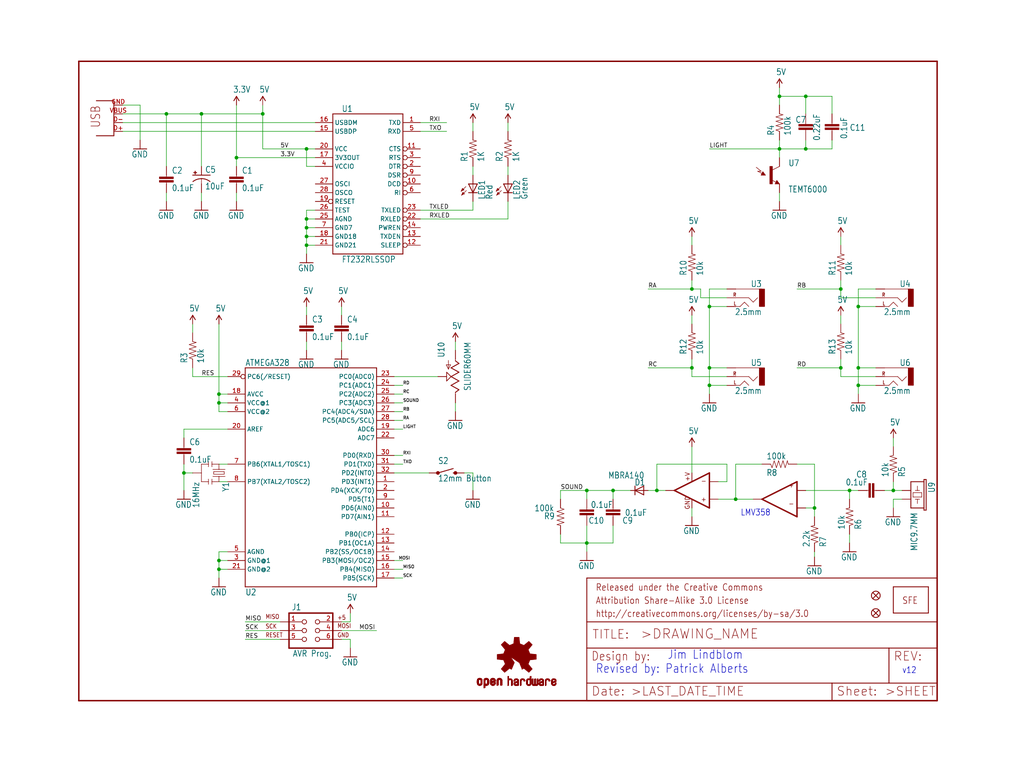
<source format=kicad_sch>
(kicad_sch (version 20211123) (generator eeschema)
  (paper "User" 297.002 223.926)
  (lib_symbols
    (symbol "schematicEagle-eagle-import:5V" (power)
      (property "Value" "5V" (at -1.016 3.556 0))
      (symbol "5V_1_0"
        (pin power_in line (at 0 0 90) (length 2.54) (name "5V") (number "1"))
      )
    )
    (symbol "schematicEagle-eagle-import:ATMEGA168"
      (property "Reference" "U" (at -17.78 -38.1 0))
      (property "Value" "ATMEGA168" (at -17.78 28.448 0))
      (symbol "ATMEGA168_1_0"
        (pin bidirectional line (at 25.4 -5.08 180) (length 5.08) (name "PD3(INT1)") (number "1"))
        (pin bidirectional line (at 25.4 -12.7 180) (length 5.08) (name "PD6(AIN0)") (number "10"))
        (pin bidirectional line (at 25.4 -15.24 180) (length 5.08) (name "PD7(AIN1)") (number "11"))
        (pin bidirectional line (at 25.4 -20.32 180) (length 5.08) (name "PB0(ICP)") (number "12"))
        (pin bidirectional line (at 25.4 -22.86 180) (length 5.08) (name "PB1(OC1A)") (number "13"))
        (pin bidirectional line (at 25.4 -25.4 180) (length 5.08) (name "PB2(SS/OC1B)") (number "14"))
        (pin bidirectional line (at 25.4 -27.94 180) (length 5.08) (name "PB3(MOSI/OC2)") (number "15"))
        (pin bidirectional line (at 25.4 -30.48 180) (length 5.08) (name "PB4(MISO)") (number "16"))
        (pin bidirectional line (at 25.4 -33.02 180) (length 5.08) (name "PB5(SCK)") (number "17"))
        (pin bidirectional line (at -22.86 20.32 0) (length 5.08) (name "AVCC") (number "18"))
        (pin bidirectional line (at 25.4 10.16 180) (length 5.08) (name "ADC6") (number "19"))
        (pin bidirectional line (at 25.4 -7.62 180) (length 5.08) (name "PD4(XCK/T0)") (number "2"))
        (pin bidirectional line (at -22.86 10.16 0) (length 5.08) (name "AREF") (number "20"))
        (pin bidirectional line (at -22.86 -30.48 0) (length 5.08) (name "GND@2") (number "21"))
        (pin bidirectional line (at 25.4 7.62 180) (length 5.08) (name "ADC7") (number "22"))
        (pin bidirectional line (at 25.4 25.4 180) (length 5.08) (name "PC0(ADC0)") (number "23"))
        (pin bidirectional line (at 25.4 22.86 180) (length 5.08) (name "PC1(ADC1)") (number "24"))
        (pin bidirectional line (at 25.4 20.32 180) (length 5.08) (name "PC2(ADC2)") (number "25"))
        (pin bidirectional line (at 25.4 17.78 180) (length 5.08) (name "PC3(ADC3)") (number "26"))
        (pin bidirectional line (at 25.4 15.24 180) (length 5.08) (name "PC4(ADC4/SDA)") (number "27"))
        (pin bidirectional line (at 25.4 12.7 180) (length 5.08) (name "PC5(ADC5/SCL)") (number "28"))
        (pin bidirectional inverted (at -22.86 25.4 0) (length 5.08) (name "PC6(/RESET)") (number "29"))
        (pin bidirectional line (at -22.86 -27.94 0) (length 5.08) (name "GND@1") (number "3"))
        (pin bidirectional line (at 25.4 2.54 180) (length 5.08) (name "PD0(RXD)") (number "30"))
        (pin bidirectional line (at 25.4 0 180) (length 5.08) (name "PD1(TXD)") (number "31"))
        (pin bidirectional line (at 25.4 -2.54 180) (length 5.08) (name "PD2(INT0)") (number "32"))
        (pin bidirectional line (at -22.86 17.78 0) (length 5.08) (name "VCC@1") (number "4"))
        (pin bidirectional line (at -22.86 -25.4 0) (length 5.08) (name "AGND") (number "5"))
        (pin bidirectional line (at -22.86 15.24 0) (length 5.08) (name "VCC@2") (number "6"))
        (pin bidirectional line (at -22.86 0 0) (length 5.08) (name "PB6(XTAL1/TOSC1)") (number "7"))
        (pin bidirectional line (at -22.86 -5.08 0) (length 5.08) (name "PB7(XTAL2/TOSC2)") (number "8"))
        (pin bidirectional line (at 25.4 -10.16 180) (length 5.08) (name "PD5(T1)") (number "9"))
      )
    )
    (symbol "schematicEagle-eagle-import:AUDIO-JACK1{colon}1"
      (property "Reference" "JP" (at -5.08 3.048 0))
      (property "Value" "AUDIO-JACK1{colon}1" (at -5.08 -5.08 0))
      (symbol "AUDIO-JACK1{colon}1_1_0"
        (text "L" (at 2.286 -2.286 0) (effects (font (size 1.016 0.8636) (thickness 0.1727) bold) (justify left bottom)))
        (text "R" (at 2.286 0.254 0) (effects (font (size 1.016 0.8636) (thickness 0.1727) bold) (justify left bottom)))
        (pin bidirectional line (at 5.08 -2.54 180) (length 2.54) (name "LEFT") (number "1"))
        (pin bidirectional line (at 5.08 0 180) (length 2.54) (name "RIGHT") (number "4"))
        (pin bidirectional line (at 5.08 2.54 180) (length 2.54) (name "SLEEVE") (number "5"))
      )
    )
    (symbol "schematicEagle-eagle-import:AVR_SPI_PRG_6PTH"
      (property "Reference" "J" (at -4.318 5.842 0))
      (property "Value" "AVR_SPI_PRG_6PTH" (at -4.064 -7.62 0))
      (symbol "AVR_SPI_PRG_6PTH_1_0"
        (text "+5" (at 8.89 3.048 0) (effects (font (size 1.27 1.0795)) (justify left bottom)))
        (text "GND" (at 8.89 -2.032 0) (effects (font (size 1.27 1.0795)) (justify left bottom)))
        (text "MISO" (at -11.938 3.302 0) (effects (font (size 1.27 1.0795)) (justify left bottom)))
        (text "MOSI" (at 8.89 0.635 0) (effects (font (size 1.27 1.0795)) (justify left bottom)))
        (text "RESET" (at -11.938 -2.032 0) (effects (font (size 1.27 1.0795)) (justify left bottom)))
        (text "SCK" (at -11.938 0.508 0) (effects (font (size 1.27 1.0795)) (justify left bottom)))
        (pin passive inverted (at -7.62 2.54 0) (length 7.62) (name "1") (number "1"))
        (pin passive inverted (at 10.16 2.54 180) (length 7.62) (name "2") (number "2"))
        (pin passive inverted (at -7.62 0 0) (length 7.62) (name "3") (number "3"))
        (pin passive inverted (at 10.16 0 180) (length 7.62) (name "4") (number "4"))
        (pin passive inverted (at -7.62 -2.54 0) (length 7.62) (name "5") (number "5"))
        (pin passive inverted (at 10.16 -2.54 180) (length 7.62) (name "6") (number "6"))
      )
    )
    (symbol "schematicEagle-eagle-import:CAP0603-CAP"
      (property "Reference" "C" (at 1.524 2.921 0))
      (property "Value" "CAP0603-CAP" (at 1.524 -2.159 0))
      (symbol "CAP0603-CAP_1_0"
        (pin passive line (at 0 5.08 270) (length 2.54) (name "1") (number "1"))
        (pin passive line (at 0 -2.54 90) (length 2.54) (name "2") (number "2"))
      )
    )
    (symbol "schematicEagle-eagle-import:CAP_POL1206"
      (property "Reference" "C" (at 1.016 0.635 0))
      (property "Value" "CAP_POL1206" (at 1.016 -4.191 0))
      (symbol "CAP_POL1206_1_0"
        (pin passive line (at 0 2.54 270) (length 2.54) (name "+") (number "A"))
        (pin passive line (at 0 -5.08 90) (length 2.54) (name "-") (number "C"))
      )
    )
    (symbol "schematicEagle-eagle-import:DIODESMA"
      (property "Reference" "D" (at 2.54 0.4826 0))
      (property "Value" "DIODESMA" (at 2.54 -2.3114 0))
      (symbol "DIODESMA_1_0"
        (pin passive line (at -2.54 0 0) (length 2.54) (name "A") (number "A"))
        (pin passive line (at 2.54 0 180) (length 2.54) (name "C") (number "C"))
      )
    )
    (symbol "schematicEagle-eagle-import:FIDUCIAL1X2")
    (symbol "schematicEagle-eagle-import:FRAME-LETTER"
      (symbol "FRAME-LETTER_2_0"
        (text ">DRAWING_NAME" (at 15.494 17.78 0) (effects (font (size 2.7432 2.7432)) (justify left bottom)))
        (text ">LAST_DATE_TIME" (at 12.7 1.27 0) (effects (font (size 2.54 2.54)) (justify left bottom)))
        (text ">SHEET" (at 86.36 1.27 0) (effects (font (size 2.54 2.54)) (justify left bottom)))
        (text "Attribution Share-Alike 3.0 License" (at 2.54 27.94 0) (effects (font (size 1.9304 1.6408)) (justify left bottom)))
        (text "Date:" (at 1.27 1.27 0) (effects (font (size 2.54 2.54)) (justify left bottom)))
        (text "Design by:" (at 1.27 11.43 0) (effects (font (size 2.54 2.159)) (justify left bottom)))
        (text "http://creativecommons.org/licenses/by-sa/3.0" (at 2.54 24.13 0) (effects (font (size 1.9304 1.6408)) (justify left bottom)))
        (text "Released under the Creative Commons" (at 2.54 31.75 0) (effects (font (size 1.9304 1.6408)) (justify left bottom)))
        (text "REV:" (at 88.9 11.43 0) (effects (font (size 2.54 2.54)) (justify left bottom)))
        (text "Sheet:" (at 72.39 1.27 0) (effects (font (size 2.54 2.54)) (justify left bottom)))
        (text "TITLE:" (at 1.524 17.78 0) (effects (font (size 2.54 2.54)) (justify left bottom)))
      )
    )
    (symbol "schematicEagle-eagle-import:FT232RLSSOP"
      (property "Reference" "IC" (at -7.62 20.828 0))
      (property "Value" "FT232RLSSOP" (at -7.62 -22.86 0))
      (symbol "FT232RLSSOP_1_0"
        (pin output line (at 15.24 17.78 180) (length 5.08) (name "TXD") (number "1"))
        (pin input inverted (at 15.24 0 180) (length 5.08) (name "DCD") (number "10"))
        (pin input inverted (at 15.24 10.16 180) (length 5.08) (name "CTS") (number "11"))
        (pin input inverted (at 15.24 -17.78 180) (length 5.08) (name "SLEEP") (number "12"))
        (pin input line (at 15.24 -15.24 180) (length 5.08) (name "TXDEN") (number "13"))
        (pin input inverted (at 15.24 -12.7 180) (length 5.08) (name "PWREN") (number "14"))
        (pin bidirectional line (at -15.24 15.24 0) (length 5.08) (name "USBDP") (number "15"))
        (pin bidirectional line (at -15.24 17.78 0) (length 5.08) (name "USBDM") (number "16"))
        (pin output line (at -15.24 7.62 0) (length 5.08) (name "3V3OUT") (number "17"))
        (pin power_in line (at -15.24 -15.24 0) (length 5.08) (name "GND18") (number "18"))
        (pin input inverted (at -15.24 -5.08 0) (length 5.08) (name "RESET") (number "19"))
        (pin output inverted (at 15.24 5.08 180) (length 5.08) (name "DTR") (number "2"))
        (pin power_in line (at -15.24 10.16 0) (length 5.08) (name "VCC") (number "20"))
        (pin power_in line (at -15.24 -17.78 0) (length 5.08) (name "GND21") (number "21"))
        (pin input inverted (at 15.24 -10.16 180) (length 5.08) (name "RXLED") (number "22"))
        (pin input inverted (at 15.24 -7.62 180) (length 5.08) (name "TXLED") (number "23"))
        (pin power_in line (at -15.24 -10.16 0) (length 5.08) (name "AGND") (number "25"))
        (pin input line (at -15.24 -7.62 0) (length 5.08) (name "TEST") (number "26"))
        (pin input line (at -15.24 0 0) (length 5.08) (name "OSCI") (number "27"))
        (pin output line (at -15.24 -2.54 0) (length 5.08) (name "OSCO") (number "28"))
        (pin output inverted (at 15.24 7.62 180) (length 5.08) (name "RTS") (number "3"))
        (pin power_in line (at -15.24 5.08 0) (length 5.08) (name "VCCIO") (number "4"))
        (pin input line (at 15.24 15.24 180) (length 5.08) (name "RXD") (number "5"))
        (pin input inverted (at 15.24 -2.54 180) (length 5.08) (name "RI") (number "6"))
        (pin power_in line (at -15.24 -12.7 0) (length 5.08) (name "GND7") (number "7"))
        (pin input inverted (at 15.24 2.54 180) (length 5.08) (name "DSR") (number "9"))
      )
    )
    (symbol "schematicEagle-eagle-import:GND" (power)
      (property "Value" "GND" (at -2.54 -2.54 0))
      (symbol "GND_1_0"
        (pin power_in line (at 0 2.54 270) (length 2.54) (name "GND") (number "1"))
      )
    )
    (symbol "schematicEagle-eagle-import:LED0603"
      (property "Reference" "LED" (at 3.556 -4.572 90))
      (property "Value" "LED0603" (at 5.715 -4.572 90))
      (symbol "LED0603_1_0"
        (pin passive line (at 0 2.54 270) (length 2.54) (name "A") (number "A"))
        (pin passive line (at 0 -5.08 90) (length 2.54) (name "C") (number "C"))
      )
    )
    (symbol "schematicEagle-eagle-import:LMV358"
      (symbol "LMV358_1_0"
        (text "+" (at -4.318 -3.302 0) (effects (font (size 1.27 1.27)) (justify left bottom)))
        (text "+V" (at 2.032 2.54 900) (effects (font (size 1.27 1.27)) (justify left bottom)))
        (text "-" (at -4.318 2.032 0) (effects (font (size 1.27 1.27)) (justify left bottom)))
        (text "GND" (at 2.032 -5.588 900) (effects (font (size 1.27 1.27)) (justify left bottom)))
        (pin output line (at 7.62 0 180) (length 2.54) (name "OUT1") (number "1"))
        (pin input line (at -7.62 2.54 0) (length 2.54) (name "-IN1") (number "2"))
        (pin input line (at -7.62 -2.54 0) (length 2.54) (name "+IN1") (number "3"))
        (pin power_in line (at 0 -5.08 90) (length 2.54) (name "GND") (number "4"))
        (pin power_in line (at 0 5.08 270) (length 2.54) (name "+V") (number "8"))
      )
      (symbol "LMV358_2_0"
        (text "+" (at -4.318 -3.302 0) (effects (font (size 1.27 1.27)) (justify left bottom)))
        (text "-" (at -4.318 2.032 0) (effects (font (size 1.27 1.27)) (justify left bottom)))
        (pin input line (at -7.62 -2.54 0) (length 2.54) (name "+IN2") (number "5"))
        (pin input line (at -7.62 2.54 0) (length 2.54) (name "-IN2") (number "6"))
        (pin output line (at 7.62 0 180) (length 2.54) (name "OUT2") (number "7"))
      )
    )
    (symbol "schematicEagle-eagle-import:LOGO-SFENEW"
      (symbol "LOGO-SFENEW_1_0"
        (text "SFE" (at 0 0 0) (effects (font (size 1.9304 1.6408)) (justify left bottom)))
      )
    )
    (symbol "schematicEagle-eagle-import:MIC9.7MM"
      (property "Value" "MIC9.7MM" (at 6.35 0 0))
      (symbol "MIC9.7MM_1_0"
        (pin passive line (at 0 -2.54 90) (length 2.54) (name "1") (number "1"))
        (pin passive line (at 2.54 -2.54 90) (length 2.54) (name "2") (number "2"))
      )
    )
    (symbol "schematicEagle-eagle-import:OSHW-LOGOL")
    (symbol "schematicEagle-eagle-import:RESISTOR0603-RES"
      (property "Reference" "R" (at -3.81 1.4986 0))
      (property "Value" "RESISTOR0603-RES" (at -3.81 -3.302 0))
      (symbol "RESISTOR0603-RES_1_0"
        (pin passive line (at -5.08 0 0) (length 2.54) (name "1") (number "1"))
        (pin passive line (at 5.08 0 180) (length 2.54) (name "2") (number "2"))
      )
    )
    (symbol "schematicEagle-eagle-import:RESONATORSMD"
      (property "Reference" "Y" (at 2.54 1.016 0))
      (property "Value" "RESONATORSMD" (at 2.54 -7.62 0))
      (symbol "RESONATORSMD_1_0"
        (pin passive line (at -2.54 0 0) (length 0) (name "1") (number "1"))
        (pin passive line (at 0 -7.62 90) (length 0) (name "2") (number "2"))
        (pin passive line (at 2.54 0 180) (length 0) (name "3") (number "3"))
      )
    )
    (symbol "schematicEagle-eagle-import:SLIDER60MM"
      (property "Reference" "VR" (at 5.08 -10.16 90))
      (property "Value" "SLIDER60MM" (at -2.54 -10.16 90))
      (symbol "SLIDER60MM_1_0"
        (pin passive line (at 0 7.62 270) (length 2.54) (name "E") (number "1"))
        (pin passive line (at 5.08 0 180) (length 2.54) (name "S") (number "2A"))
        (pin passive line (at 0 -7.62 90) (length 2.54) (name "A") (number "3"))
      )
    )
    (symbol "schematicEagle-eagle-import:SWITCH-MOMENTARY-2SMD-12MM"
      (property "Reference" "S" (at -2.54 2.54 0))
      (property "Value" "SWITCH-MOMENTARY-2SMD-12MM" (at -2.54 -2.54 0))
      (symbol "SWITCH-MOMENTARY-2SMD-12MM_1_0"
        (pin passive line (at -5.08 0 0) (length 2.54) (name "1") (number "1"))
        (pin passive line (at 5.08 0 180) (length 2.54) (name "2") (number "3"))
      )
    )
    (symbol "schematicEagle-eagle-import:TEMT6000"
      (property "Value" "TEMT6000" (at 5.08 -5.08 0))
      (symbol "TEMT6000_1_0"
        (pin passive line (at 2.54 5.08 270) (length 2.54) (name "C1") (number "COLLECTOR"))
        (pin passive line (at 2.54 -5.08 90) (length 2.54) (name "E1") (number "EMITTER"))
      )
    )
    (symbol "schematicEagle-eagle-import:USBSMD"
      (symbol "USBSMD_1_0"
        (text "USB" (at 3.81 0 900) (effects (font (size 2.54 2.159)) (justify left bottom)))
        (pin bidirectional line (at -2.54 7.62 0) (length 2.54) (name "D+") (number "D+"))
        (pin bidirectional line (at -2.54 5.08 0) (length 2.54) (name "D-") (number "D-"))
        (pin bidirectional line (at -2.54 0 0) (length 2.54) (name "GND") (number "GND"))
        (pin bidirectional line (at -2.54 2.54 0) (length 2.54) (name "VBUS") (number "VBUS"))
      )
    )
    (symbol "schematicEagle-eagle-import:VCC" (power)
      (property "Value" "VCC" (at -1.016 3.556 0))
      (symbol "VCC_1_0"
        (pin power_in line (at 0 0 90) (length 2.54) (name "VCC") (number "1"))
      )
    )
  )
  (junction (at 48.26 33.02))
  (junction (at 177.8 142.24))
  (junction (at 246.38 142.24))
  (junction (at 170.18 157.48))
  (junction (at 63.5 116.84))
  (junction (at 88.9 63.5))
  (junction (at 248.92 111.76))
  (junction (at 205.74 111.76))
  (junction (at 243.84 83.82))
  (junction (at 200.66 83.82))
  (junction (at 63.5 114.3))
  (junction (at 63.5 162.56))
  (junction (at 243.84 106.68))
  (junction (at 190.5 142.24))
  (junction (at 63.5 165.1))
  (junction (at 213.36 144.78))
  (junction (at 233.68 27.94))
  (junction (at 248.92 106.68))
  (junction (at 76.2 33.02))
  (junction (at 53.34 137.16))
  (junction (at 236.22 147.32))
  (junction (at 88.9 43.18))
  (junction (at 205.74 88.9))
  (junction (at 58.42 33.02))
  (junction (at 259.08 142.24))
  (junction (at 200.66 106.68))
  (junction (at 88.9 71.12))
  (junction (at 226.06 27.94))
  (junction (at 226.06 43.18))
  (junction (at 88.9 66.04))
  (junction (at 205.74 106.68))
  (junction (at 68.58 45.72))
  (junction (at 248.92 88.9))
  (junction (at 170.18 142.24))
  (junction (at 233.68 43.18))
  (junction (at 88.9 68.58))
  (wire (pts (xy 55.88 137.16) (xy 53.34 137.16)))
  (wire (pts (xy 53.34 124.46) (xy 53.34 127)))
  (wire (pts (xy 200.66 106.68) (xy 187.96 106.68)))
  (wire (pts (xy 91.44 60.96) (xy 88.9 60.96)))
  (wire (pts (xy 76.2 30.48) (xy 76.2 33.02)))
  (wire (pts (xy 210.82 109.22) (xy 200.66 109.22)))
  (wire (pts (xy 88.9 60.96) (xy 88.9 63.5)))
  (wire (pts (xy 233.68 33.02) (xy 233.68 27.94)))
  (wire (pts (xy 91.44 45.72) (xy 68.58 45.72)))
  (wire (pts (xy 248.92 111.76) (xy 248.92 114.3)))
  (wire (pts (xy 88.9 63.5) (xy 88.9 66.04)))
  (wire (pts (xy 261.62 144.78) (xy 259.08 144.78)))
  (wire (pts (xy 53.34 137.16) (xy 53.34 142.24)))
  (wire (pts (xy 88.9 71.12) (xy 88.9 68.58)))
  (wire (pts (xy 114.3 111.76) (xy 116.84 111.76)))
  (wire (pts (xy 200.66 149.86) (xy 200.66 147.32)))
  (wire (pts (xy 236.22 147.32) (xy 236.22 134.62)))
  (wire (pts (xy 48.26 55.88) (xy 48.26 58.42)))
  (wire (pts (xy 243.84 109.22) (xy 243.84 106.68)))
  (wire (pts (xy 243.84 93.98) (xy 243.84 91.44)))
  (wire (pts (xy 177.8 157.48) (xy 170.18 157.48)))
  (wire (pts (xy 114.3 114.3) (xy 116.84 114.3)))
  (wire (pts (xy 259.08 139.7) (xy 259.08 142.24)))
  (wire (pts (xy 35.56 33.02) (xy 48.26 33.02)))
  (wire (pts (xy 170.18 144.78) (xy 170.18 142.24)))
  (wire (pts (xy 81.28 185.42) (xy 71.12 185.42)))
  (wire (pts (xy 246.38 142.24) (xy 246.38 144.78)))
  (wire (pts (xy 134.62 137.16) (xy 137.16 137.16)))
  (wire (pts (xy 114.3 165.1) (xy 116.84 165.1)))
  (wire (pts (xy 121.92 35.56) (xy 129.54 35.56)))
  (wire (pts (xy 76.2 43.18) (xy 88.9 43.18)))
  (wire (pts (xy 241.3 40.64) (xy 241.3 43.18)))
  (wire (pts (xy 200.66 106.68) (xy 200.66 104.14)))
  (wire (pts (xy 259.08 142.24) (xy 256.54 142.24)))
  (wire (pts (xy 81.28 182.88) (xy 71.12 182.88)))
  (wire (pts (xy 261.62 142.24) (xy 259.08 142.24)))
  (wire (pts (xy 200.66 83.82) (xy 187.96 83.82)))
  (wire (pts (xy 248.92 109.22) (xy 248.92 111.76)))
  (wire (pts (xy 91.44 48.26) (xy 88.9 48.26)))
  (wire (pts (xy 58.42 48.26) (xy 58.42 33.02)))
  (wire (pts (xy 241.3 27.94) (xy 233.68 27.94)))
  (wire (pts (xy 63.5 114.3) (xy 63.5 93.98)))
  (wire (pts (xy 233.68 147.32) (xy 236.22 147.32)))
  (wire (pts (xy 147.32 48.26) (xy 147.32 50.8)))
  (wire (pts (xy 101.6 180.34) (xy 101.6 177.8)))
  (wire (pts (xy 66.04 160.02) (xy 63.5 160.02)))
  (wire (pts (xy 254 86.36) (xy 243.84 86.36)))
  (wire (pts (xy 88.9 43.18) (xy 91.44 43.18)))
  (wire (pts (xy 226.06 43.18) (xy 205.74 43.18)))
  (wire (pts (xy 63.5 160.02) (xy 63.5 162.56)))
  (wire (pts (xy 88.9 48.26) (xy 88.9 43.18)))
  (wire (pts (xy 226.06 30.48) (xy 226.06 27.94)))
  (wire (pts (xy 236.22 161.544) (xy 236.22 160.02)))
  (wire (pts (xy 220.98 134.62) (xy 213.36 134.62)))
  (wire (pts (xy 187.96 142.24) (xy 190.5 142.24)))
  (wire (pts (xy 88.9 66.04) (xy 91.44 66.04)))
  (wire (pts (xy 248.92 83.82) (xy 254 83.82)))
  (wire (pts (xy 205.74 109.22) (xy 205.74 111.76)))
  (wire (pts (xy 170.18 152.4) (xy 170.18 157.48)))
  (wire (pts (xy 208.28 144.78) (xy 213.36 144.78)))
  (wire (pts (xy 147.32 35.56) (xy 147.32 38.1)))
  (wire (pts (xy 66.04 139.7) (xy 63.5 139.7)))
  (wire (pts (xy 99.06 182.88) (xy 109.22 182.88)))
  (wire (pts (xy 254 88.9) (xy 248.92 88.9)))
  (wire (pts (xy 177.8 152.4) (xy 177.8 157.48)))
  (wire (pts (xy 121.92 38.1) (xy 129.54 38.1)))
  (wire (pts (xy 137.16 48.26) (xy 137.16 50.8)))
  (wire (pts (xy 203.2 83.82) (xy 200.66 83.82)))
  (wire (pts (xy 246.38 157.48) (xy 246.38 154.94)))
  (wire (pts (xy 48.26 48.26) (xy 48.26 33.02)))
  (wire (pts (xy 162.56 144.78) (xy 162.56 142.24)))
  (wire (pts (xy 137.16 35.56) (xy 137.16 38.1)))
  (wire (pts (xy 63.5 119.38) (xy 63.5 116.84)))
  (wire (pts (xy 203.2 86.36) (xy 203.2 83.82)))
  (wire (pts (xy 205.74 83.82) (xy 210.82 83.82)))
  (wire (pts (xy 121.92 60.96) (xy 137.16 60.96)))
  (wire (pts (xy 236.22 134.62) (xy 231.14 134.62)))
  (wire (pts (xy 63.5 165.1) (xy 63.5 167.64)))
  (wire (pts (xy 243.84 71.12) (xy 243.84 68.58)))
  (wire (pts (xy 248.92 88.9) (xy 248.92 106.68)))
  (wire (pts (xy 210.82 88.9) (xy 205.74 88.9)))
  (wire (pts (xy 147.32 63.5) (xy 147.32 58.42)))
  (wire (pts (xy 226.06 43.18) (xy 233.68 43.18)))
  (wire (pts (xy 205.74 88.9) (xy 205.74 83.82)))
  (wire (pts (xy 53.34 134.62) (xy 53.34 137.16)))
  (wire (pts (xy 88.9 63.5) (xy 91.44 63.5)))
  (wire (pts (xy 177.8 142.24) (xy 182.88 142.24)))
  (wire (pts (xy 243.84 106.68) (xy 231.14 106.68)))
  (wire (pts (xy 48.26 33.02) (xy 58.42 33.02)))
  (wire (pts (xy 254 111.76) (xy 248.92 111.76)))
  (wire (pts (xy 236.22 147.32) (xy 236.22 149.86)))
  (wire (pts (xy 114.3 137.16) (xy 124.46 137.16)))
  (wire (pts (xy 68.58 55.88) (xy 68.58 58.42)))
  (wire (pts (xy 81.28 180.34) (xy 71.12 180.34)))
  (wire (pts (xy 226.06 55.88) (xy 226.06 58.42)))
  (wire (pts (xy 99.06 101.6) (xy 99.06 99.06)))
  (wire (pts (xy 53.34 124.46) (xy 66.04 124.46)))
  (wire (pts (xy 88.9 101.6) (xy 88.9 99.06)))
  (wire (pts (xy 226.06 27.94) (xy 226.06 25.4)))
  (wire (pts (xy 114.3 167.64) (xy 116.84 167.64)))
  (wire (pts (xy 91.44 35.56) (xy 35.56 35.56)))
  (wire (pts (xy 68.58 30.48) (xy 68.58 45.72)))
  (wire (pts (xy 213.36 144.78) (xy 218.44 144.78)))
  (wire (pts (xy 66.04 165.1) (xy 63.5 165.1)))
  (wire (pts (xy 248.92 142.24) (xy 246.38 142.24)))
  (wire (pts (xy 210.82 86.36) (xy 203.2 86.36)))
  (wire (pts (xy 40.64 30.48) (xy 40.64 40.64)))
  (wire (pts (xy 226.06 45.72) (xy 226.06 43.18)))
  (wire (pts (xy 243.84 83.82) (xy 231.14 83.82)))
  (wire (pts (xy 55.88 106.68) (xy 55.88 109.22)))
  (wire (pts (xy 200.66 137.16) (xy 200.66 129.54)))
  (wire (pts (xy 205.74 106.68) (xy 205.74 109.22)))
  (wire (pts (xy 190.5 142.24) (xy 193.04 142.24)))
  (wire (pts (xy 200.66 109.22) (xy 200.66 106.68)))
  (wire (pts (xy 200.66 93.98) (xy 200.66 91.44)))
  (wire (pts (xy 63.5 162.56) (xy 63.5 165.1)))
  (wire (pts (xy 210.82 111.76) (xy 205.74 111.76)))
  (wire (pts (xy 177.8 144.78) (xy 177.8 142.24)))
  (wire (pts (xy 137.16 137.16) (xy 137.16 142.24)))
  (wire (pts (xy 248.92 106.68) (xy 248.92 109.22)))
  (wire (pts (xy 162.56 157.48) (xy 170.18 157.48)))
  (wire (pts (xy 66.04 116.84) (xy 63.5 116.84)))
  (wire (pts (xy 233.68 142.24) (xy 246.38 142.24)))
  (wire (pts (xy 91.44 38.1) (xy 35.56 38.1)))
  (wire (pts (xy 66.04 134.62) (xy 63.5 134.62)))
  (wire (pts (xy 66.04 162.56) (xy 63.5 162.56)))
  (wire (pts (xy 233.68 27.94) (xy 226.06 27.94)))
  (wire (pts (xy 91.44 71.12) (xy 88.9 71.12)))
  (wire (pts (xy 63.5 116.84) (xy 63.5 114.3)))
  (wire (pts (xy 226.06 43.18) (xy 226.06 40.64)))
  (wire (pts (xy 114.3 121.92) (xy 116.84 121.92)))
  (wire (pts (xy 114.3 116.84) (xy 116.84 116.84)))
  (wire (pts (xy 200.66 71.12) (xy 200.66 68.58)))
  (wire (pts (xy 162.56 142.24) (xy 170.18 142.24)))
  (wire (pts (xy 259.08 144.78) (xy 259.08 147.32)))
  (wire (pts (xy 114.3 134.62) (xy 116.84 134.62)))
  (wire (pts (xy 76.2 33.02) (xy 76.2 43.18)))
  (wire (pts (xy 213.36 134.62) (xy 213.36 144.78)))
  (wire (pts (xy 205.74 111.76) (xy 205.74 114.3)))
  (wire (pts (xy 190.5 134.62) (xy 190.5 142.24)))
  (wire (pts (xy 200.66 81.28) (xy 200.66 83.82)))
  (wire (pts (xy 243.84 106.68) (xy 243.84 104.14)))
  (wire (pts (xy 99.06 91.44) (xy 99.06 88.9)))
  (wire (pts (xy 208.28 139.7) (xy 210.82 139.7)))
  (wire (pts (xy 205.74 88.9) (xy 205.74 106.68)))
  (wire (pts (xy 241.3 33.02) (xy 241.3 27.94)))
  (wire (pts (xy 114.3 119.38) (xy 116.84 119.38)))
  (wire (pts (xy 66.04 114.3) (xy 63.5 114.3)))
  (wire (pts (xy 137.16 60.96) (xy 137.16 58.42)))
  (wire (pts (xy 99.06 185.42) (xy 101.6 185.42)))
  (wire (pts (xy 88.9 73.66) (xy 88.9 71.12)))
  (wire (pts (xy 170.18 157.48) (xy 170.18 160.02)))
  (wire (pts (xy 132.08 99.06) (xy 132.08 101.6)))
  (wire (pts (xy 254 106.68) (xy 248.92 106.68)))
  (wire (pts (xy 101.6 185.42) (xy 101.6 187.96)))
  (wire (pts (xy 121.92 63.5) (xy 147.32 63.5)))
  (wire (pts (xy 55.88 96.52) (xy 55.88 93.98)))
  (wire (pts (xy 58.42 58.42) (xy 58.42 55.88)))
  (wire (pts (xy 58.42 33.02) (xy 76.2 33.02)))
  (wire (pts (xy 91.44 68.58) (xy 88.9 68.58)))
  (wire (pts (xy 35.56 30.48) (xy 40.64 30.48)))
  (wire (pts (xy 233.68 40.64) (xy 233.68 43.18)))
  (wire (pts (xy 210.82 134.62) (xy 190.5 134.62)))
  (wire (pts (xy 55.88 109.22) (xy 66.04 109.22)))
  (wire (pts (xy 88.9 68.58) (xy 88.9 66.04)))
  (wire (pts (xy 99.06 180.34) (xy 101.6 180.34)))
  (wire (pts (xy 114.3 124.46) (xy 116.84 124.46)))
  (wire (pts (xy 114.3 109.22) (xy 127 109.22)))
  (wire (pts (xy 210.82 106.68) (xy 205.74 106.68)))
  (wire (pts (xy 132.08 119.38) (xy 132.08 116.84)))
  (wire (pts (xy 259.08 127) (xy 259.08 129.54)))
  (wire (pts (xy 88.9 91.44) (xy 88.9 88.9)))
  (wire (pts (xy 243.84 86.36) (xy 243.84 83.82)))
  (wire (pts (xy 66.04 119.38) (xy 63.5 119.38)))
  (wire (pts (xy 254 109.22) (xy 243.84 109.22)))
  (wire (pts (xy 248.92 83.82) (xy 248.92 88.9)))
  (wire (pts (xy 114.3 132.08) (xy 116.84 132.08)))
  (wire (pts (xy 170.18 142.24) (xy 177.8 142.24)))
  (wire (pts (xy 210.82 134.62) (xy 210.82 139.7)))
  (wire (pts (xy 68.58 45.72) (xy 68.58 48.26)))
  (wire (pts (xy 243.84 83.82) (xy 243.84 81.28)))
  (wire (pts (xy 114.3 162.56) (xy 116.84 162.56)))
  (wire (pts (xy 162.56 154.94) (xy 162.56 157.48)))
  (wire (pts (xy 233.68 43.18) (xy 241.3 43.18)))
  (text "LMV358" (at 223.52 149.86 180) (effects (font (size 1.778 1.5113)) (justify right bottom)))
  (text "Jim Lindblom" (at 193.548 191.516 180) (effects (font (size 2.54 2.159)) (justify left bottom)))
  (text "Revised by: Patrick Alberts" (at 172.72 195.58 180) (effects (font (size 2.54 2.159)) (justify left bottom)))
  (text "v12" (at 261.62 195.58 180) (effects (font (size 1.778 1.5113)) (justify left bottom)))
  (label "TXLED" (at 124.46 60.96 0) (effects (font (size 1.2446 1.2446))))
  (label "RXI" (at 124.46 35.56 0) (effects (font (size 1.2446 1.2446))))
  (label "RC" (at 116.84 114.3 0) (effects (font (size 0.889 0.889))))
  (label "RES" (at 58.42 109.22 0) (effects (font (size 1.2446 1.2446))))
  (label "RA" (at 116.84 121.92 0) (effects (font (size 0.889 0.889))))
  (label "RES" (at 71.12 185.42 0) (effects (font (size 1.2446 1.2446))))
  (label "SCK" (at 71.12 182.88 0) (effects (font (size 1.2446 1.2446))))
  (label "TXO" (at 116.84 134.62 0) (effects (font (size 0.889 0.889))))
  (label "RB" (at 231.14 83.82 0) (effects (font (size 1.2446 1.2446))))
  (label "RD" (at 231.14 106.68 0) (effects (font (size 1.2446 1.2446))))
  (label "SOUND" (at 116.84 116.84 0) (effects (font (size 0.889 0.889))))
  (label "LIGHT" (at 205.74 43.18 0) (effects (font (size 1.2446 1.2446))))
  (label "RXLED" (at 124.46 63.5 0) (effects (font (size 1.2446 1.2446))))
  (label "MOSI" (at 115.57 162.56 0) (effects (font (size 0.889 0.889))))
  (label "MISO" (at 71.12 180.34 0) (effects (font (size 1.2446 1.2446))))
  (label "RB" (at 116.84 119.38 0) (effects (font (size 0.889 0.889))))
  (label "TXO" (at 124.46 38.1 0) (effects (font (size 1.2446 1.2446))))
  (label "LIGHT" (at 116.84 124.46 0) (effects (font (size 0.889 0.889))))
  (label "5V" (at 81.28 43.18 0) (effects (font (size 1.2446 1.2446))))
  (label "MISO" (at 116.84 165.1 0) (effects (font (size 0.889 0.889))))
  (label "3.3V" (at 81.28 45.72 0) (effects (font (size 1.2446 1.2446))))
  (label "RC" (at 187.96 106.68 0) (effects (font (size 1.2446 1.2446))))
  (label "SCK" (at 116.84 167.64 0) (effects (font (size 0.889 0.889))))
  (label "MOSI" (at 104.14 182.88 0) (effects (font (size 1.2446 1.2446))))
  (label "RA" (at 187.96 83.82 0) (effects (font (size 1.2446 1.2446))))
  (label "RXI" (at 116.84 132.08 0) (effects (font (size 0.889 0.889))))
  (label "SOUND" (at 162.56 142.24 0) (effects (font (size 1.2446 1.2446))))
  (label "RD" (at 116.84 111.76 0) (effects (font (size 0.889 0.889))))
  (symbol (lib_id "schematicEagle-eagle-import:CAP0603-CAP") (at 53.34 132.08 0) (unit 1)
    (property "Reference" "C6" (at 54.864 129.159 0) (effects (font (size 1.778 1.5113)) (justify left bottom)))
    (property "Value" "0.1uF" (at 54.864 134.239 0) (effects (font (size 1.778 1.5113)) (justify left bottom)))
    (property "Footprint" "schematicEagle:0603-CAP" (effects hide))
  )
  (symbol (lib_id "schematicEagle-eagle-import:CAP0603-CAP") (at 48.26 53.34 0) (unit 1)
    (property "Reference" "C2" (at 49.784 50.419 0) (effects (font (size 1.778 1.5113)) (justify left bottom)))
    (property "Value" "0.1uF" (at 49.784 55.499 0) (effects (font (size 1.778 1.5113)) (justify left bottom)))
    (property "Footprint" "schematicEagle:0603-CAP" (effects hide))
  )
  (symbol (lib_id "schematicEagle-eagle-import:GND") (at 200.66 152.4 0) (unit 1)
    (property "Reference" "#GND17" (effects hide))
    (property "Value" "GND" (at 198.12 154.94 0) (effects (font (size 1.778 1.5113)) (justify left bottom)))
    (property "Footprint" "schematicEagle:" (effects hide))
  )
  (symbol (lib_id "schematicEagle-eagle-import:5V") (at 243.84 91.44 0) (unit 1)
    (property "Reference" "#U$14" (effects hide))
    (property "Value" "5V" (at 242.824 87.884 0) (effects (font (size 1.778 1.5113)) (justify left bottom)))
    (property "Footprint" "schematicEagle:" (effects hide))
  )
  (symbol (lib_id "schematicEagle-eagle-import:RESISTOR0603-RES") (at 200.66 76.2 90) (unit 1)
    (property "Reference" "R10" (at 199.1614 80.01 0) (effects (font (size 1.778 1.5113)) (justify left bottom)))
    (property "Value" "10k" (at 203.962 80.01 0) (effects (font (size 1.778 1.5113)) (justify left bottom)))
    (property "Footprint" "schematicEagle:0603-RES" (effects hide))
  )
  (symbol (lib_id "schematicEagle-eagle-import:GND") (at 205.74 116.84 0) (unit 1)
    (property "Reference" "#GND19" (effects hide))
    (property "Value" "GND" (at 203.2 119.38 0) (effects (font (size 1.778 1.5113)) (justify left bottom)))
    (property "Footprint" "schematicEagle:" (effects hide))
  )
  (symbol (lib_id "schematicEagle-eagle-import:DIODESMA") (at 185.42 142.24 180) (unit 1)
    (property "Reference" "D1" (at 187.198 138.9126 0) (effects (font (size 1.778 1.5113)) (justify left bottom)))
    (property "Value" "MBRA140" (at 186.944 136.8806 0) (effects (font (size 1.778 1.5113)) (justify left bottom)))
    (property "Footprint" "schematicEagle:SMA-DIODE" (effects hide))
  )
  (symbol (lib_id "schematicEagle-eagle-import:GND") (at 58.42 60.96 0) (unit 1)
    (property "Reference" "#GND8" (effects hide))
    (property "Value" "GND" (at 55.88 63.5 0) (effects (font (size 1.778 1.5113)) (justify left bottom)))
    (property "Footprint" "schematicEagle:" (effects hide))
  )
  (symbol (lib_id "schematicEagle-eagle-import:GND") (at 63.5 170.18 0) (unit 1)
    (property "Reference" "#GND11" (effects hide))
    (property "Value" "GND" (at 60.96 172.72 0) (effects (font (size 1.778 1.5113)) (justify left bottom)))
    (property "Footprint" "schematicEagle:" (effects hide))
  )
  (symbol (lib_id "schematicEagle-eagle-import:LMV358") (at 200.66 142.24 0) (mirror y) (unit 1)
    (property "Reference" "U8" (effects hide))
    (property "Value" "LMV358" (effects hide))
    (property "Footprint" "schematicEagle:SO08" (effects hide))
  )
  (symbol (lib_id "schematicEagle-eagle-import:GND") (at 101.6 190.5 0) (unit 1)
    (property "Reference" "#GND3" (effects hide))
    (property "Value" "GND" (at 99.06 193.04 0) (effects (font (size 1.778 1.5113)) (justify left bottom)))
    (property "Footprint" "schematicEagle:" (effects hide))
  )
  (symbol (lib_id "schematicEagle-eagle-import:AUDIO-JACK1{colon}1") (at 215.9 109.22 0) (mirror y) (unit 1)
    (property "Reference" "U5" (at 220.98 106.172 0) (effects (font (size 1.778 1.5113)) (justify left bottom)))
    (property "Value" "2.5mm" (at 220.98 114.3 0) (effects (font (size 1.778 1.5113)) (justify left bottom)))
    (property "Footprint" "schematicEagle:STEREOJACK2.5MM" (effects hide))
  )
  (symbol (lib_id "schematicEagle-eagle-import:RESISTOR0603-RES") (at 236.22 154.94 270) (mirror x) (unit 1)
    (property "Reference" "R7" (at 237.7186 158.75 0) (effects (font (size 1.778 1.5113)) (justify left bottom)))
    (property "Value" "2.2k" (at 232.918 158.75 0) (effects (font (size 1.778 1.5113)) (justify left bottom)))
    (property "Footprint" "schematicEagle:0603-RES" (effects hide))
  )
  (symbol (lib_id "schematicEagle-eagle-import:ATMEGA168") (at 88.9 134.62 0) (unit 1)
    (property "Reference" "U2" (at 71.12 172.72 0) (effects (font (size 1.778 1.5113)) (justify left bottom)))
    (property "Value" "ATMEGA328" (at 71.12 106.172 0) (effects (font (size 1.778 1.5113)) (justify left bottom)))
    (property "Footprint" "schematicEagle:TQFP32-08" (effects hide))
  )
  (symbol (lib_id "schematicEagle-eagle-import:LED0603") (at 147.32 53.34 0) (unit 1)
    (property "Reference" "LED2" (at 150.876 57.912 90) (effects (font (size 1.778 1.5113)) (justify left bottom)))
    (property "Value" "Green" (at 153.035 57.912 90) (effects (font (size 1.778 1.5113)) (justify left bottom)))
    (property "Footprint" "schematicEagle:LED-0603" (effects hide))
  )
  (symbol (lib_id "schematicEagle-eagle-import:VCC") (at 68.58 30.48 0) (unit 1)
    (property "Reference" "#P+1" (effects hide))
    (property "Value" "3.3V" (at 67.564 26.924 0) (effects (font (size 1.778 1.5113)) (justify left bottom)))
    (property "Footprint" "schematicEagle:" (effects hide))
  )
  (symbol (lib_id "schematicEagle-eagle-import:CAP0603-CAP") (at 88.9 96.52 0) (unit 1)
    (property "Reference" "C3" (at 90.424 93.599 0) (effects (font (size 1.778 1.5113)) (justify left bottom)))
    (property "Value" "0.1uF" (at 90.424 98.679 0) (effects (font (size 1.778 1.5113)) (justify left bottom)))
    (property "Footprint" "schematicEagle:0603-CAP" (effects hide))
  )
  (symbol (lib_id "schematicEagle-eagle-import:USBSMD") (at 33.02 30.48 180) (unit 1)
    (property "Reference" "X1" (effects hide))
    (property "Value" "USBSMD" (effects hide))
    (property "Footprint" "schematicEagle:USB-MINIB" (effects hide))
  )
  (symbol (lib_id "schematicEagle-eagle-import:LMV358") (at 226.06 144.78 180) (unit 2)
    (property "Reference" "U8" (effects hide))
    (property "Value" "LMV358" (effects hide))
    (property "Footprint" "schematicEagle:SO08" (effects hide))
  )
  (symbol (lib_id "schematicEagle-eagle-import:RESISTOR0603-RES") (at 243.84 76.2 90) (unit 1)
    (property "Reference" "R11" (at 242.3414 80.01 0) (effects (font (size 1.778 1.5113)) (justify left bottom)))
    (property "Value" "10k" (at 247.142 80.01 0) (effects (font (size 1.778 1.5113)) (justify left bottom)))
    (property "Footprint" "schematicEagle:0603-RES" (effects hide))
  )
  (symbol (lib_id "schematicEagle-eagle-import:GND") (at 137.16 144.78 0) (unit 1)
    (property "Reference" "#GND13" (effects hide))
    (property "Value" "GND" (at 134.62 147.32 0) (effects (font (size 1.778 1.5113)) (justify left bottom)))
    (property "Footprint" "schematicEagle:" (effects hide))
  )
  (symbol (lib_id "schematicEagle-eagle-import:5V") (at 137.16 35.56 0) (unit 1)
    (property "Reference" "#U$1" (effects hide))
    (property "Value" "5V" (at 136.144 32.004 0) (effects (font (size 1.778 1.5113)) (justify left bottom)))
    (property "Footprint" "schematicEagle:" (effects hide))
  )
  (symbol (lib_id "schematicEagle-eagle-import:5V") (at 259.08 127 0) (unit 1)
    (property "Reference" "#U$9" (effects hide))
    (property "Value" "5V" (at 258.064 123.444 0) (effects (font (size 1.778 1.5113)) (justify left bottom)))
    (property "Footprint" "schematicEagle:" (effects hide))
  )
  (symbol (lib_id "schematicEagle-eagle-import:GND") (at 53.34 144.78 0) (unit 1)
    (property "Reference" "#GND9" (effects hide))
    (property "Value" "GND" (at 50.8 147.32 0) (effects (font (size 1.778 1.5113)) (justify left bottom)))
    (property "Footprint" "schematicEagle:" (effects hide))
  )
  (symbol (lib_id "schematicEagle-eagle-import:TEMT6000") (at 223.52 50.8 0) (unit 1)
    (property "Reference" "U7" (at 228.6 48.26 0) (effects (font (size 1.778 1.5113)) (justify left bottom)))
    (property "Value" "TEMT6000" (at 228.6 55.88 0) (effects (font (size 1.778 1.5113)) (justify left bottom)))
    (property "Footprint" "schematicEagle:TEMT6000-SEN" (effects hide))
  )
  (symbol (lib_id "schematicEagle-eagle-import:CAP0603-CAP") (at 241.3 38.1 0) (unit 1)
    (property "Reference" "C11" (at 246.38 37.973 0) (effects (font (size 1.778 1.5113)) (justify left bottom)))
    (property "Value" "0.1uF" (at 245.745 40.386 90) (effects (font (size 1.778 1.5113)) (justify left bottom)))
    (property "Footprint" "schematicEagle:0603-CAP" (effects hide))
  )
  (symbol (lib_id "schematicEagle-eagle-import:5V") (at 63.5 93.98 0) (unit 1)
    (property "Reference" "#U$8" (effects hide))
    (property "Value" "5V" (at 62.484 90.424 0) (effects (font (size 1.778 1.5113)) (justify left bottom)))
    (property "Footprint" "schematicEagle:" (effects hide))
  )
  (symbol (lib_id "schematicEagle-eagle-import:5V") (at 147.32 35.56 0) (unit 1)
    (property "Reference" "#U$4" (effects hide))
    (property "Value" "5V" (at 146.304 32.004 0) (effects (font (size 1.778 1.5113)) (justify left bottom)))
    (property "Footprint" "schematicEagle:" (effects hide))
  )
  (symbol (lib_id "schematicEagle-eagle-import:RESISTOR0603-RES") (at 259.08 134.62 270) (mirror x) (unit 1)
    (property "Reference" "R5" (at 260.5786 138.43 0) (effects (font (size 1.778 1.5113)) (justify left bottom)))
    (property "Value" "10k" (at 255.778 138.43 0) (effects (font (size 1.778 1.5113)) (justify left bottom)))
    (property "Footprint" "schematicEagle:0603-RES" (effects hide))
  )
  (symbol (lib_id "schematicEagle-eagle-import:RESISTOR0603-RES") (at 162.56 149.86 270) (unit 1)
    (property "Reference" "R9" (at 157.734 150.6474 90) (effects (font (size 1.778 1.5113)) (justify left bottom)))
    (property "Value" "100k" (at 154.94 148.336 90) (effects (font (size 1.778 1.5113)) (justify left bottom)))
    (property "Footprint" "schematicEagle:0603-RES" (effects hide))
  )
  (symbol (lib_id "schematicEagle-eagle-import:CAP0603-CAP") (at 99.06 96.52 0) (unit 1)
    (property "Reference" "C4" (at 100.584 93.599 0) (effects (font (size 1.778 1.5113)) (justify left bottom)))
    (property "Value" "0.1uF" (at 100.584 98.679 0) (effects (font (size 1.778 1.5113)) (justify left bottom)))
    (property "Footprint" "schematicEagle:0603-CAP" (effects hide))
  )
  (symbol (lib_id "schematicEagle-eagle-import:RESISTOR0603-RES") (at 200.66 99.06 90) (unit 1)
    (property "Reference" "R12" (at 199.1614 102.87 0) (effects (font (size 1.778 1.5113)) (justify left bottom)))
    (property "Value" "10k" (at 203.962 102.87 0) (effects (font (size 1.778 1.5113)) (justify left bottom)))
    (property "Footprint" "schematicEagle:0603-RES" (effects hide))
  )
  (symbol (lib_id "schematicEagle-eagle-import:FIDUCIAL1X2") (at 254 172.72 0) (unit 1)
    (property "Reference" "FID1" (effects hide))
    (property "Value" "FIDUCIAL1X2" (effects hide))
    (property "Footprint" "schematicEagle:FIDUCIAL-1X2" (effects hide))
  )
  (symbol (lib_id "schematicEagle-eagle-import:5V") (at 101.6 177.8 0) (unit 1)
    (property "Reference" "#U$6" (effects hide))
    (property "Value" "5V" (at 100.584 174.244 0) (effects (font (size 1.778 1.5113)) (justify left bottom)))
    (property "Footprint" "schematicEagle:" (effects hide))
  )
  (symbol (lib_id "schematicEagle-eagle-import:AUDIO-JACK1{colon}1") (at 215.9 86.36 0) (mirror y) (unit 1)
    (property "Reference" "U3" (at 220.98 83.312 0) (effects (font (size 1.778 1.5113)) (justify left bottom)))
    (property "Value" "2.5mm" (at 220.98 91.44 0) (effects (font (size 1.778 1.5113)) (justify left bottom)))
    (property "Footprint" "schematicEagle:STEREOJACK2.5MM" (effects hide))
  )
  (symbol (lib_id "schematicEagle-eagle-import:GND") (at 48.26 60.96 0) (unit 1)
    (property "Reference" "#GND7" (effects hide))
    (property "Value" "GND" (at 45.72 63.5 0) (effects (font (size 1.778 1.5113)) (justify left bottom)))
    (property "Footprint" "schematicEagle:" (effects hide))
  )
  (symbol (lib_id "schematicEagle-eagle-import:RESONATORSMD") (at 63.5 137.16 270) (unit 1)
    (property "Reference" "Y1" (at 64.516 139.7 0) (effects (font (size 1.778 1.5113)) (justify left bottom)))
    (property "Value" "16MHz" (at 55.88 139.7 0) (effects (font (size 1.778 1.5113)) (justify left bottom)))
    (property "Footprint" "schematicEagle:RESONATOR-SMD" (effects hide))
  )
  (symbol (lib_id "schematicEagle-eagle-import:RESISTOR0603-RES") (at 246.38 149.86 270) (mirror x) (unit 1)
    (property "Reference" "R6" (at 247.8786 153.67 0) (effects (font (size 1.778 1.5113)) (justify left bottom)))
    (property "Value" "10k" (at 243.078 153.67 0) (effects (font (size 1.778 1.5113)) (justify left bottom)))
    (property "Footprint" "schematicEagle:0603-RES" (effects hide))
  )
  (symbol (lib_id "schematicEagle-eagle-import:RESISTOR0603-RES") (at 147.32 43.18 90) (unit 1)
    (property "Reference" "R2" (at 145.8214 46.99 0) (effects (font (size 1.778 1.5113)) (justify left bottom)))
    (property "Value" "1K" (at 150.622 46.99 0) (effects (font (size 1.778 1.5113)) (justify left bottom)))
    (property "Footprint" "schematicEagle:0603-RES" (effects hide))
  )
  (symbol (lib_id "schematicEagle-eagle-import:CAP0603-CAP") (at 68.58 53.34 0) (unit 1)
    (property "Reference" "C1" (at 70.104 50.419 0) (effects (font (size 1.778 1.5113)) (justify left bottom)))
    (property "Value" "0.1uF" (at 70.104 55.499 0) (effects (font (size 1.778 1.5113)) (justify left bottom)))
    (property "Footprint" "schematicEagle:0603-CAP" (effects hide))
  )
  (symbol (lib_id "schematicEagle-eagle-import:5V") (at 132.08 99.06 0) (unit 1)
    (property "Reference" "#U$17" (effects hide))
    (property "Value" "5V" (at 131.064 95.504 0) (effects (font (size 1.778 1.5113)) (justify left bottom)))
    (property "Footprint" "schematicEagle:" (effects hide))
  )
  (symbol (lib_id "schematicEagle-eagle-import:AVR_SPI_PRG_6PTH") (at 88.9 182.88 0) (unit 1)
    (property "Reference" "J1" (at 84.582 177.038 0) (effects (font (size 1.778 1.5113)) (justify left bottom)))
    (property "Value" "AVR Prog." (at 84.836 190.5 0) (effects (font (size 1.778 1.5113)) (justify left bottom)))
    (property "Footprint" "schematicEagle:2X3" (effects hide))
  )
  (symbol (lib_id "schematicEagle-eagle-import:5V") (at 243.84 68.58 0) (unit 1)
    (property "Reference" "#U$12" (effects hide))
    (property "Value" "5V" (at 242.824 65.024 0) (effects (font (size 1.778 1.5113)) (justify left bottom)))
    (property "Footprint" "schematicEagle:" (effects hide))
  )
  (symbol (lib_id "schematicEagle-eagle-import:GND") (at 68.58 60.96 0) (unit 1)
    (property "Reference" "#GND1" (effects hide))
    (property "Value" "GND" (at 66.04 63.5 0) (effects (font (size 1.778 1.5113)) (justify left bottom)))
    (property "Footprint" "schematicEagle:" (effects hide))
  )
  (symbol (lib_id "schematicEagle-eagle-import:CAP_POL1206") (at 58.42 50.8 0) (unit 1)
    (property "Reference" "C5" (at 59.436 50.165 0) (effects (font (size 1.778 1.5113)) (justify left bottom)))
    (property "Value" "10uF" (at 59.436 54.991 0) (effects (font (size 1.778 1.5113)) (justify left bottom)))
    (property "Footprint" "schematicEagle:EIA3216" (effects hide))
  )
  (symbol (lib_id "schematicEagle-eagle-import:CAP0603-CAP") (at 233.68 38.1 0) (unit 1)
    (property "Reference" "C7" (at 230.632 35.687 0) (effects (font (size 1.778 1.5113)) (justify left bottom)))
    (property "Value" "0.22uF" (at 237.871 40.894 90) (effects (font (size 1.778 1.5113)) (justify left bottom)))
    (property "Footprint" "schematicEagle:0603-CAP" (effects hide))
  )
  (symbol (lib_id "schematicEagle-eagle-import:CAP0603-CAP") (at 251.46 142.24 270) (mirror x) (unit 1)
    (property "Reference" "C8" (at 251.46 138.557 90) (effects (font (size 1.778 1.5113)) (justify right top)))
    (property "Value" "0.1uF" (at 251.714 140.843 90) (effects (font (size 1.778 1.5113)) (justify right top)))
    (property "Footprint" "schematicEagle:0603-CAP" (effects hide))
  )
  (symbol (lib_id "schematicEagle-eagle-import:RESISTOR0603-RES") (at 55.88 101.6 90) (unit 1)
    (property "Reference" "R3" (at 54.3814 105.41 0) (effects (font (size 1.778 1.5113)) (justify left bottom)))
    (property "Value" "10k" (at 59.182 105.41 0) (effects (font (size 1.778 1.5113)) (justify left bottom)))
    (property "Footprint" "schematicEagle:0603-RES" (effects hide))
  )
  (symbol (lib_id "schematicEagle-eagle-import:AUDIO-JACK1{colon}1") (at 259.08 86.36 0) (mirror y) (unit 1)
    (property "Reference" "U4" (at 264.16 83.312 0) (effects (font (size 1.778 1.5113)) (justify left bottom)))
    (property "Value" "2.5mm" (at 264.16 91.44 0) (effects (font (size 1.778 1.5113)) (justify left bottom)))
    (property "Footprint" "schematicEagle:STEREOJACK2.5MM" (effects hide))
  )
  (symbol (lib_id "schematicEagle-eagle-import:GND") (at 88.9 76.2 0) (unit 1)
    (property "Reference" "#GND2" (effects hide))
    (property "Value" "GND" (at 86.36 78.74 0) (effects (font (size 1.778 1.5113)) (justify left bottom)))
    (property "Footprint" "schematicEagle:" (effects hide))
  )
  (symbol (lib_id "schematicEagle-eagle-import:LOGO-SFENEW") (at 261.62 175.26 0) (unit 1)
    (property "Reference" "JP1" (effects hide))
    (property "Value" "LOGO-SFENEW" (effects hide))
    (property "Footprint" "schematicEagle:SFE-NEW-WEBLOGO" (effects hide))
  )
  (symbol (lib_id "schematicEagle-eagle-import:FT232RLSSOP") (at 106.68 53.34 0) (unit 1)
    (property "Reference" "U1" (at 99.06 32.512 0) (effects (font (size 1.778 1.5113)) (justify left bottom)))
    (property "Value" "FT232RLSSOP" (at 99.06 76.2 0) (effects (font (size 1.778 1.5113)) (justify left bottom)))
    (property "Footprint" "schematicEagle:SSOP28DB" (effects hide))
  )
  (symbol (lib_id "schematicEagle-eagle-import:GND") (at 170.18 162.56 0) (unit 1)
    (property "Reference" "#GND18" (effects hide))
    (property "Value" "GND" (at 167.64 165.1 0) (effects (font (size 1.778 1.5113)) (justify left bottom)))
    (property "Footprint" "schematicEagle:" (effects hide))
  )
  (symbol (lib_id "schematicEagle-eagle-import:OSHW-LOGOL") (at 149.86 190.5 0) (unit 1)
    (property "Reference" "LOGO1" (effects hide))
    (property "Value" "OSHW-LOGOL" (effects hide))
    (property "Footprint" "schematicEagle:OSHW-LOGO-L" (effects hide))
  )
  (symbol (lib_id "schematicEagle-eagle-import:RESISTOR0603-RES") (at 243.84 99.06 90) (unit 1)
    (property "Reference" "R13" (at 242.3414 102.87 0) (effects (font (size 1.778 1.5113)) (justify left bottom)))
    (property "Value" "10k" (at 247.142 102.87 0) (effects (font (size 1.778 1.5113)) (justify left bottom)))
    (property "Footprint" "schematicEagle:0603-RES" (effects hide))
  )
  (symbol (lib_id "schematicEagle-eagle-import:AUDIO-JACK1{colon}1") (at 259.08 109.22 0) (mirror y) (unit 1)
    (property "Reference" "U6" (at 264.16 106.172 0) (effects (font (size 1.778 1.5113)) (justify left bottom)))
    (property "Value" "2.5mm" (at 264.16 114.3 0) (effects (font (size 1.778 1.5113)) (justify left bottom)))
    (property "Footprint" "schematicEagle:STEREOJACK2.5MM" (effects hide))
  )
  (symbol (lib_id "schematicEagle-eagle-import:GND") (at 132.08 121.92 0) (unit 1)
    (property "Reference" "#GND21" (effects hide))
    (property "Value" "GND" (at 129.54 124.46 0) (effects (font (size 1.778 1.5113)) (justify left bottom)))
    (property "Footprint" "schematicEagle:" (effects hide))
  )
  (symbol (lib_id "schematicEagle-eagle-import:5V") (at 55.88 93.98 0) (unit 1)
    (property "Reference" "#U$2" (effects hide))
    (property "Value" "5V" (at 54.864 90.424 0) (effects (font (size 1.778 1.5113)) (justify left bottom)))
    (property "Footprint" "schematicEagle:" (effects hide))
  )
  (symbol (lib_id "schematicEagle-eagle-import:5V") (at 99.06 88.9 0) (unit 1)
    (property "Reference" "#U$7" (effects hide))
    (property "Value" "5V" (at 98.044 85.344 0) (effects (font (size 1.778 1.5113)) (justify left bottom)))
    (property "Footprint" "schematicEagle:" (effects hide))
  )
  (symbol (lib_id "schematicEagle-eagle-import:5V") (at 200.66 68.58 0) (unit 1)
    (property "Reference" "#U$11" (effects hide))
    (property "Value" "5V" (at 199.644 65.024 0) (effects (font (size 1.778 1.5113)) (justify left bottom)))
    (property "Footprint" "schematicEagle:" (effects hide))
  )
  (symbol (lib_id "schematicEagle-eagle-import:5V") (at 88.9 88.9 0) (unit 1)
    (property "Reference" "#U$5" (effects hide))
    (property "Value" "5V" (at 87.884 85.344 0) (effects (font (size 1.778 1.5113)) (justify left bottom)))
    (property "Footprint" "schematicEagle:" (effects hide))
  )
  (symbol (lib_id "schematicEagle-eagle-import:GND") (at 246.38 160.02 0) (unit 1)
    (property "Reference" "#GND15" (effects hide))
    (property "Value" "GND" (at 243.84 162.56 0) (effects (font (size 1.778 1.5113)) (justify left bottom)))
    (property "Footprint" "schematicEagle:" (effects hide))
  )
  (symbol (lib_id "schematicEagle-eagle-import:LED0603") (at 137.16 53.34 0) (unit 1)
    (property "Reference" "LED1" (at 140.716 57.912 90) (effects (font (size 1.778 1.5113)) (justify left bottom)))
    (property "Value" "Red" (at 142.875 57.912 90) (effects (font (size 1.778 1.5113)) (justify left bottom)))
    (property "Footprint" "schematicEagle:LED-0603" (effects hide))
  )
  (symbol (lib_id "schematicEagle-eagle-import:SLIDER60MM") (at 132.08 109.22 180) (unit 1)
    (property "Reference" "U10" (at 127 99.06 90) (effects (font (size 1.778 1.5113)) (justify left bottom)))
    (property "Value" "SLIDER60MM" (at 134.62 99.06 90) (effects (font (size 1.778 1.5113)) (justify left bottom)))
    (property "Footprint" "schematicEagle:SLIDER" (effects hide))
  )
  (symbol (lib_id "schematicEagle-eagle-import:5V") (at 200.66 129.54 0) (unit 1)
    (property "Reference" "#U$13" (effects hide))
    (property "Value" "5V" (at 199.644 125.984 0) (effects (font (size 1.778 1.5113)) (justify left bottom)))
    (property "Footprint" "schematicEagle:" (effects hide))
  )
  (symbol (lib_id "schematicEagle-eagle-import:GND") (at 40.64 43.18 0) (unit 1)
    (property "Reference" "#GND5" (effects hide))
    (property "Value" "GND" (at 38.1 45.72 0) (effects (font (size 1.778 1.5113)) (justify left bottom)))
    (property "Footprint" "schematicEagle:" (effects hide))
  )
  (symbol (lib_id "schematicEagle-eagle-import:5V") (at 226.06 25.4 0) (unit 1)
    (property "Reference" "#U$10" (effects hide))
    (property "Value" "5V" (at 225.044 21.844 0) (effects (font (size 1.778 1.5113)) (justify left bottom)))
    (property "Footprint" "schematicEagle:" (effects hide))
  )
  (symbol (lib_id "schematicEagle-eagle-import:FRAME-LETTER") (at 170.18 203.2 0) (unit 2)
    (property "Reference" "FRAME1" (effects hide))
    (property "Value" "FRAME-LETTER" (effects hide))
    (property "Footprint" "schematicEagle:CREATIVE_COMMONS" (effects hide))
  )
  (symbol (lib_id "schematicEagle-eagle-import:RESISTOR0603-RES") (at 137.16 43.18 90) (unit 1)
    (property "Reference" "R1" (at 135.6614 46.99 0) (effects (font (size 1.778 1.5113)) (justify left bottom)))
    (property "Value" "1K" (at 140.462 46.99 0) (effects (font (size 1.778 1.5113)) (justify left bottom)))
    (property "Footprint" "schematicEagle:0603-RES" (effects hide))
  )
  (symbol (lib_id "schematicEagle-eagle-import:SWITCH-MOMENTARY-2SMD-12MM") (at 129.54 137.16 0) (unit 1)
    (property "Reference" "S2" (at 127 134.62 0) (effects (font (size 1.778 1.5113)) (justify left bottom)))
    (property "Value" "12mm Button" (at 127 139.7 0) (effects (font (size 1.778 1.5113)) (justify left bottom)))
    (property "Footprint" "schematicEagle:TACTILE-SMD-12MM" (effects hide))
  )
  (symbol (lib_id "schematicEagle-eagle-import:GND") (at 88.9 104.14 0) (unit 1)
    (property "Reference" "#GND4" (effects hide))
    (property "Value" "GND" (at 86.36 106.68 0) (effects (font (size 1.778 1.5113)) (justify left bottom)))
    (property "Footprint" "schematicEagle:" (effects hide))
  )
  (symbol (lib_id "schematicEagle-eagle-import:5V") (at 76.2 30.48 0) (unit 1)
    (property "Reference" "#U$3" (effects hide))
    (property "Value" "5V" (at 75.184 26.924 0) (effects (font (size 1.778 1.5113)) (justify left bottom)))
    (property "Footprint" "schematicEagle:" (effects hide))
  )
  (symbol (lib_id "schematicEagle-eagle-import:CAP0603-CAP") (at 170.18 147.32 180) (unit 1)
    (property "Reference" "C10" (at 175.26 149.987 0) (effects (font (size 1.778 1.5113)) (justify left bottom)))
    (property "Value" "0.1uF" (at 177.8 145.415 0) (effects (font (size 1.778 1.5113)) (justify left bottom)))
    (property "Footprint" "schematicEagle:0603-CAP" (effects hide))
  )
  (symbol (lib_id "schematicEagle-eagle-import:RESISTOR0603-RES") (at 226.06 35.56 90) (unit 1)
    (property "Reference" "R4" (at 224.5614 39.37 0) (effects (font (size 1.778 1.5113)) (justify left bottom)))
    (property "Value" "100k" (at 229.362 39.37 0) (effects (font (size 1.778 1.5113)) (justify left bottom)))
    (property "Footprint" "schematicEagle:0603-RES" (effects hide))
  )
  (symbol (lib_id "schematicEagle-eagle-import:GND") (at 248.92 116.84 0) (unit 1)
    (property "Reference" "#GND20" (effects hide))
    (property "Value" "GND" (at 246.38 119.38 0) (effects (font (size 1.778 1.5113)) (justify left bottom)))
    (property "Footprint" "schematicEagle:" (effects hide))
  )
  (symbol (lib_id "schematicEagle-eagle-import:CAP0603-CAP") (at 177.8 147.32 180) (unit 1)
    (property "Reference" "C9" (at 183.642 149.987 0) (effects (font (size 1.778 1.5113)) (justify left bottom)))
    (property "Value" "0.1uF" (at 187.706 147.701 0) (effects (font (size 1.778 1.5113)) (justify left bottom)))
    (property "Footprint" "schematicEagle:0603-CAP" (effects hide))
  )
  (symbol (lib_id "schematicEagle-eagle-import:GND") (at 236.22 164.084 0) (unit 1)
    (property "Reference" "#GND14" (effects hide))
    (property "Value" "GND" (at 233.68 166.624 0) (effects (font (size 1.778 1.5113)) (justify left bottom)))
    (property "Footprint" "schematicEagle:" (effects hide))
  )
  (symbol (lib_id "schematicEagle-eagle-import:GND") (at 99.06 104.14 0) (unit 1)
    (property "Reference" "#GND6" (effects hide))
    (property "Value" "GND" (at 96.52 106.68 0) (effects (font (size 1.778 1.5113)) (justify left bottom)))
    (property "Footprint" "schematicEagle:" (effects hide))
  )
  (symbol (lib_id "schematicEagle-eagle-import:FRAME-LETTER") (at 22.86 203.2 0) (unit 1)
    (property "Reference" "FRAME1" (effects hide))
    (property "Value" "FRAME-LETTER" (effects hide))
    (property "Footprint" "schematicEagle:CREATIVE_COMMONS" (effects hide))
  )
  (symbol (lib_id "schematicEagle-eagle-import:RESISTOR0603-RES") (at 226.06 134.62 0) (mirror x) (unit 1)
    (property "Reference" "R8" (at 222.25 136.1186 0) (effects (font (size 1.778 1.5113)) (justify left bottom)))
    (property "Value" "100k" (at 222.25 131.318 0) (effects (font (size 1.778 1.5113)) (justify left bottom)))
    (property "Footprint" "schematicEagle:0603-RES" (effects hide))
  )
  (symbol (lib_id "schematicEagle-eagle-import:MIC9.7MM") (at 264.16 142.24 270) (unit 1)
    (property "Reference" "U9" (at 269.24 139.7 0) (effects (font (size 1.778 1.5113)) (justify left bottom)))
    (property "Value" "MIC9.7MM" (at 264.16 148.59 0) (effects (font (size 1.778 1.5113)) (justify left bottom)))
    (property "Footprint" "schematicEagle:MIC-9.7MM" (effects hide))
  )
  (symbol (lib_id "schematicEagle-eagle-import:GND") (at 259.08 149.86 0) (unit 1)
    (property "Reference" "#GND16" (effects hide))
    (property "Value" "GND" (at 256.54 152.4 0) (effects (font (size 1.778 1.5113)) (justify left bottom)))
    (property "Footprint" "schematicEagle:" (effects hide))
  )
  (symbol (lib_id "schematicEagle-eagle-import:GND") (at 226.06 60.96 0) (unit 1)
    (property "Reference" "#GND12" (effects hide))
    (property "Value" "GND" (at 223.52 63.5 0) (effects (font (size 1.778 1.5113)) (justify left bottom)))
    (property "Footprint" "schematicEagle:" (effects hide))
  )
  (symbol (lib_id "schematicEagle-eagle-import:FIDUCIAL1X2") (at 254 177.8 0) (unit 1)
    (property "Reference" "FID2" (effects hide))
    (property "Value" "FIDUCIAL1X2" (effects hide))
    (property "Footprint" "schematicEagle:FIDUCIAL-1X2" (effects hide))
  )
  (symbol (lib_id "schematicEagle-eagle-import:5V") (at 200.66 91.44 0) (unit 1)
    (property "Reference" "#U$15" (effects hide))
    (property "Value" "5V" (at 199.644 87.884 0) (effects (font (size 1.778 1.5113)) (justify left bottom)))
    (property "Footprint" "schematicEagle:" (effects hide))
  )
)
</source>
